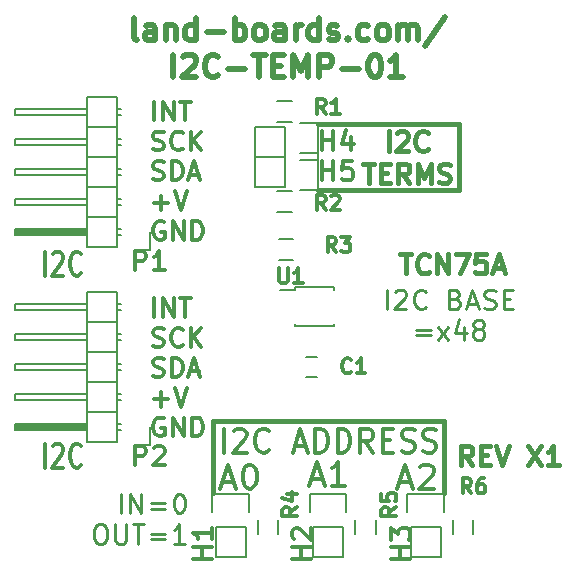
<source format=gto>
G04 #@! TF.FileFunction,Legend,Top*
%FSLAX46Y46*%
G04 Gerber Fmt 4.6, Leading zero omitted, Abs format (unit mm)*
G04 Created by KiCad (PCBNEW (after 2015-mar-04 BZR unknown)-product) date 10/20/2015 10:23:19 AM*
%MOMM*%
G01*
G04 APERTURE LIST*
%ADD10C,0.150000*%
%ADD11C,0.381000*%
%ADD12C,0.412750*%
%ADD13C,0.285750*%
%ADD14C,0.304800*%
%ADD15C,0.476250*%
G04 APERTURE END LIST*
D10*
D11*
X37592000Y-36322000D02*
X37592000Y-42418000D01*
X37084000Y-36322000D02*
X37592000Y-36322000D01*
X18034000Y-36322000D02*
X37084000Y-36322000D01*
X18034000Y-42418000D02*
X18034000Y-36322000D01*
X38862000Y-16764000D02*
X26924000Y-16764000D01*
X38862000Y-11176000D02*
X38862000Y-16764000D01*
X26924000Y-11176000D02*
X38862000Y-11176000D01*
D12*
X32932310Y-13481806D02*
X32932310Y-11830806D01*
X33639881Y-11988044D02*
X33718500Y-11909425D01*
X33875738Y-11830806D01*
X34268834Y-11830806D01*
X34426072Y-11909425D01*
X34504691Y-11988044D01*
X34583310Y-12145282D01*
X34583310Y-12302520D01*
X34504691Y-12538377D01*
X33561262Y-13481806D01*
X34583310Y-13481806D01*
X36234310Y-13324568D02*
X36155691Y-13403187D01*
X35919834Y-13481806D01*
X35762596Y-13481806D01*
X35526738Y-13403187D01*
X35369500Y-13245949D01*
X35290881Y-13088711D01*
X35212262Y-12774235D01*
X35212262Y-12538377D01*
X35290881Y-12223901D01*
X35369500Y-12066663D01*
X35526738Y-11909425D01*
X35762596Y-11830806D01*
X35919834Y-11830806D01*
X36155691Y-11909425D01*
X36234310Y-11988044D01*
X30770286Y-14554956D02*
X31713715Y-14554956D01*
X31242000Y-16205956D02*
X31242000Y-14554956D01*
X32264048Y-15341146D02*
X32814382Y-15341146D01*
X33050239Y-16205956D02*
X32264048Y-16205956D01*
X32264048Y-14554956D01*
X33050239Y-14554956D01*
X34701239Y-16205956D02*
X34150905Y-15419765D01*
X33757810Y-16205956D02*
X33757810Y-14554956D01*
X34386763Y-14554956D01*
X34544001Y-14633575D01*
X34622620Y-14712194D01*
X34701239Y-14869432D01*
X34701239Y-15105289D01*
X34622620Y-15262527D01*
X34544001Y-15341146D01*
X34386763Y-15419765D01*
X33757810Y-15419765D01*
X35408810Y-16205956D02*
X35408810Y-14554956D01*
X35959144Y-15734242D01*
X36509477Y-14554956D01*
X36509477Y-16205956D01*
X37217048Y-16127337D02*
X37452905Y-16205956D01*
X37846001Y-16205956D01*
X38003239Y-16127337D01*
X38081858Y-16048718D01*
X38160477Y-15891480D01*
X38160477Y-15734242D01*
X38081858Y-15577004D01*
X38003239Y-15498385D01*
X37846001Y-15419765D01*
X37531524Y-15341146D01*
X37374286Y-15262527D01*
X37295667Y-15183908D01*
X37217048Y-15026670D01*
X37217048Y-14869432D01*
X37295667Y-14712194D01*
X37374286Y-14633575D01*
X37531524Y-14554956D01*
X37924620Y-14554956D01*
X38160477Y-14633575D01*
X40035238Y-40116881D02*
X39484904Y-39330690D01*
X39091809Y-40116881D02*
X39091809Y-38465881D01*
X39720762Y-38465881D01*
X39878000Y-38544500D01*
X39956619Y-38623119D01*
X40035238Y-38780357D01*
X40035238Y-39016214D01*
X39956619Y-39173452D01*
X39878000Y-39252071D01*
X39720762Y-39330690D01*
X39091809Y-39330690D01*
X40742809Y-39252071D02*
X41293143Y-39252071D01*
X41529000Y-40116881D02*
X40742809Y-40116881D01*
X40742809Y-38465881D01*
X41529000Y-38465881D01*
X42000714Y-38465881D02*
X42551047Y-40116881D01*
X43101381Y-38465881D01*
X44752381Y-38465881D02*
X45853048Y-40116881D01*
X45853048Y-38465881D02*
X44752381Y-40116881D01*
X47346810Y-40116881D02*
X46403381Y-40116881D01*
X46875095Y-40116881D02*
X46875095Y-38465881D01*
X46717857Y-38701738D01*
X46560619Y-38858976D01*
X46403381Y-38937595D01*
X33912024Y-22209881D02*
X34855453Y-22209881D01*
X34383738Y-23860881D02*
X34383738Y-22209881D01*
X36349215Y-23703643D02*
X36270596Y-23782262D01*
X36034739Y-23860881D01*
X35877501Y-23860881D01*
X35641643Y-23782262D01*
X35484405Y-23625024D01*
X35405786Y-23467786D01*
X35327167Y-23153310D01*
X35327167Y-22917452D01*
X35405786Y-22602976D01*
X35484405Y-22445738D01*
X35641643Y-22288500D01*
X35877501Y-22209881D01*
X36034739Y-22209881D01*
X36270596Y-22288500D01*
X36349215Y-22367119D01*
X37056786Y-23860881D02*
X37056786Y-22209881D01*
X38000215Y-23860881D01*
X38000215Y-22209881D01*
X38629167Y-22209881D02*
X39729834Y-22209881D01*
X39022262Y-23860881D01*
X41144977Y-22209881D02*
X40358786Y-22209881D01*
X40280167Y-22996071D01*
X40358786Y-22917452D01*
X40516024Y-22838833D01*
X40909120Y-22838833D01*
X41066358Y-22917452D01*
X41144977Y-22996071D01*
X41223596Y-23153310D01*
X41223596Y-23546405D01*
X41144977Y-23703643D01*
X41066358Y-23782262D01*
X40909120Y-23860881D01*
X40516024Y-23860881D01*
X40358786Y-23782262D01*
X40280167Y-23703643D01*
X41852548Y-23389167D02*
X42638739Y-23389167D01*
X41695310Y-23860881D02*
X42245643Y-22209881D01*
X42795977Y-23860881D01*
D13*
X10262810Y-44152306D02*
X10262810Y-42501306D01*
X11049000Y-44152306D02*
X11049000Y-42501306D01*
X11992429Y-44152306D01*
X11992429Y-42501306D01*
X12778619Y-43287496D02*
X14036524Y-43287496D01*
X14036524Y-43759211D02*
X12778619Y-43759211D01*
X15137190Y-42501306D02*
X15294429Y-42501306D01*
X15451667Y-42579925D01*
X15530286Y-42658544D01*
X15608905Y-42815782D01*
X15687524Y-43130258D01*
X15687524Y-43523354D01*
X15608905Y-43837830D01*
X15530286Y-43995068D01*
X15451667Y-44073687D01*
X15294429Y-44152306D01*
X15137190Y-44152306D01*
X14979952Y-44073687D01*
X14901333Y-43995068D01*
X14822714Y-43837830D01*
X14744095Y-43523354D01*
X14744095Y-43130258D01*
X14822714Y-42815782D01*
X14901333Y-42658544D01*
X14979952Y-42579925D01*
X15137190Y-42501306D01*
X8375952Y-45098456D02*
X8690429Y-45098456D01*
X8847667Y-45177075D01*
X9004905Y-45334313D01*
X9083524Y-45648789D01*
X9083524Y-46199123D01*
X9004905Y-46513599D01*
X8847667Y-46670837D01*
X8690429Y-46749456D01*
X8375952Y-46749456D01*
X8218714Y-46670837D01*
X8061476Y-46513599D01*
X7982857Y-46199123D01*
X7982857Y-45648789D01*
X8061476Y-45334313D01*
X8218714Y-45177075D01*
X8375952Y-45098456D01*
X9791095Y-45098456D02*
X9791095Y-46434980D01*
X9869714Y-46592218D01*
X9948333Y-46670837D01*
X10105571Y-46749456D01*
X10420048Y-46749456D01*
X10577286Y-46670837D01*
X10655905Y-46592218D01*
X10734524Y-46434980D01*
X10734524Y-45098456D01*
X11284857Y-45098456D02*
X12228286Y-45098456D01*
X11756571Y-46749456D02*
X11756571Y-45098456D01*
X12778619Y-45884646D02*
X14036524Y-45884646D01*
X14036524Y-46356361D02*
X12778619Y-46356361D01*
X15687524Y-46749456D02*
X14744095Y-46749456D01*
X15215809Y-46749456D02*
X15215809Y-45098456D01*
X15058571Y-45334313D01*
X14901333Y-45491551D01*
X14744095Y-45570170D01*
X32793214Y-26880306D02*
X32793214Y-25229306D01*
X33500785Y-25386544D02*
X33579404Y-25307925D01*
X33736642Y-25229306D01*
X34129738Y-25229306D01*
X34286976Y-25307925D01*
X34365595Y-25386544D01*
X34444214Y-25543782D01*
X34444214Y-25701020D01*
X34365595Y-25936877D01*
X33422166Y-26880306D01*
X34444214Y-26880306D01*
X36095214Y-26723068D02*
X36016595Y-26801687D01*
X35780738Y-26880306D01*
X35623500Y-26880306D01*
X35387642Y-26801687D01*
X35230404Y-26644449D01*
X35151785Y-26487211D01*
X35073166Y-26172735D01*
X35073166Y-25936877D01*
X35151785Y-25622401D01*
X35230404Y-25465163D01*
X35387642Y-25307925D01*
X35623500Y-25229306D01*
X35780738Y-25229306D01*
X36016595Y-25307925D01*
X36095214Y-25386544D01*
X38611024Y-26015496D02*
X38846881Y-26094115D01*
X38925500Y-26172735D01*
X39004119Y-26329973D01*
X39004119Y-26565830D01*
X38925500Y-26723068D01*
X38846881Y-26801687D01*
X38689643Y-26880306D01*
X38060690Y-26880306D01*
X38060690Y-25229306D01*
X38611024Y-25229306D01*
X38768262Y-25307925D01*
X38846881Y-25386544D01*
X38925500Y-25543782D01*
X38925500Y-25701020D01*
X38846881Y-25858258D01*
X38768262Y-25936877D01*
X38611024Y-26015496D01*
X38060690Y-26015496D01*
X39633071Y-26408592D02*
X40419262Y-26408592D01*
X39475833Y-26880306D02*
X40026166Y-25229306D01*
X40576500Y-26880306D01*
X41048214Y-26801687D02*
X41284071Y-26880306D01*
X41677167Y-26880306D01*
X41834405Y-26801687D01*
X41913024Y-26723068D01*
X41991643Y-26565830D01*
X41991643Y-26408592D01*
X41913024Y-26251354D01*
X41834405Y-26172735D01*
X41677167Y-26094115D01*
X41362690Y-26015496D01*
X41205452Y-25936877D01*
X41126833Y-25858258D01*
X41048214Y-25701020D01*
X41048214Y-25543782D01*
X41126833Y-25386544D01*
X41205452Y-25307925D01*
X41362690Y-25229306D01*
X41755786Y-25229306D01*
X41991643Y-25307925D01*
X42699214Y-26015496D02*
X43249548Y-26015496D01*
X43485405Y-26880306D02*
X42699214Y-26880306D01*
X42699214Y-25229306D01*
X43485405Y-25229306D01*
X35230405Y-28612646D02*
X36488310Y-28612646D01*
X36488310Y-29084361D02*
X35230405Y-29084361D01*
X37117262Y-29477456D02*
X37982072Y-28376789D01*
X37117262Y-28376789D02*
X37982072Y-29477456D01*
X39318596Y-28376789D02*
X39318596Y-29477456D01*
X38925500Y-27747837D02*
X38532405Y-28927123D01*
X39554453Y-28927123D01*
X40419262Y-28534027D02*
X40262024Y-28455408D01*
X40183405Y-28376789D01*
X40104786Y-28219551D01*
X40104786Y-28140932D01*
X40183405Y-27983694D01*
X40262024Y-27905075D01*
X40419262Y-27826456D01*
X40733739Y-27826456D01*
X40890977Y-27905075D01*
X40969596Y-27983694D01*
X41048215Y-28140932D01*
X41048215Y-28219551D01*
X40969596Y-28376789D01*
X40890977Y-28455408D01*
X40733739Y-28534027D01*
X40419262Y-28534027D01*
X40262024Y-28612646D01*
X40183405Y-28691265D01*
X40104786Y-28848504D01*
X40104786Y-29162980D01*
X40183405Y-29320218D01*
X40262024Y-29398837D01*
X40419262Y-29477456D01*
X40733739Y-29477456D01*
X40890977Y-29398837D01*
X40969596Y-29320218D01*
X41048215Y-29162980D01*
X41048215Y-28848504D01*
X40969596Y-28691265D01*
X40890977Y-28612646D01*
X40733739Y-28534027D01*
D14*
X19004642Y-39019238D02*
X19004642Y-36987238D01*
X19821071Y-37180762D02*
X19911785Y-37084000D01*
X20093214Y-36987238D01*
X20546785Y-36987238D01*
X20728214Y-37084000D01*
X20818928Y-37180762D01*
X20909643Y-37374286D01*
X20909643Y-37567810D01*
X20818928Y-37858095D01*
X19730357Y-39019238D01*
X20909643Y-39019238D01*
X22814643Y-38825714D02*
X22723929Y-38922476D01*
X22451786Y-39019238D01*
X22270357Y-39019238D01*
X21998214Y-38922476D01*
X21816786Y-38728952D01*
X21726071Y-38535429D01*
X21635357Y-38148381D01*
X21635357Y-37858095D01*
X21726071Y-37471048D01*
X21816786Y-37277524D01*
X21998214Y-37084000D01*
X22270357Y-36987238D01*
X22451786Y-36987238D01*
X22723929Y-37084000D01*
X22814643Y-37180762D01*
X24991786Y-38438667D02*
X25898929Y-38438667D01*
X24810358Y-39019238D02*
X25445358Y-36987238D01*
X26080358Y-39019238D01*
X26715357Y-39019238D02*
X26715357Y-36987238D01*
X27168929Y-36987238D01*
X27441072Y-37084000D01*
X27622500Y-37277524D01*
X27713215Y-37471048D01*
X27803929Y-37858095D01*
X27803929Y-38148381D01*
X27713215Y-38535429D01*
X27622500Y-38728952D01*
X27441072Y-38922476D01*
X27168929Y-39019238D01*
X26715357Y-39019238D01*
X28620357Y-39019238D02*
X28620357Y-36987238D01*
X29073929Y-36987238D01*
X29346072Y-37084000D01*
X29527500Y-37277524D01*
X29618215Y-37471048D01*
X29708929Y-37858095D01*
X29708929Y-38148381D01*
X29618215Y-38535429D01*
X29527500Y-38728952D01*
X29346072Y-38922476D01*
X29073929Y-39019238D01*
X28620357Y-39019238D01*
X31613929Y-39019238D02*
X30978929Y-38051619D01*
X30525357Y-39019238D02*
X30525357Y-36987238D01*
X31251072Y-36987238D01*
X31432500Y-37084000D01*
X31523215Y-37180762D01*
X31613929Y-37374286D01*
X31613929Y-37664571D01*
X31523215Y-37858095D01*
X31432500Y-37954857D01*
X31251072Y-38051619D01*
X30525357Y-38051619D01*
X32430357Y-37954857D02*
X33065357Y-37954857D01*
X33337500Y-39019238D02*
X32430357Y-39019238D01*
X32430357Y-36987238D01*
X33337500Y-36987238D01*
X34063214Y-38922476D02*
X34335357Y-39019238D01*
X34788928Y-39019238D01*
X34970357Y-38922476D01*
X35061071Y-38825714D01*
X35151786Y-38632190D01*
X35151786Y-38438667D01*
X35061071Y-38245143D01*
X34970357Y-38148381D01*
X34788928Y-38051619D01*
X34426071Y-37954857D01*
X34244643Y-37858095D01*
X34153928Y-37761333D01*
X34063214Y-37567810D01*
X34063214Y-37374286D01*
X34153928Y-37180762D01*
X34244643Y-37084000D01*
X34426071Y-36987238D01*
X34879643Y-36987238D01*
X35151786Y-37084000D01*
X35877500Y-38922476D02*
X36149643Y-39019238D01*
X36603214Y-39019238D01*
X36784643Y-38922476D01*
X36875357Y-38825714D01*
X36966072Y-38632190D01*
X36966072Y-38438667D01*
X36875357Y-38245143D01*
X36784643Y-38148381D01*
X36603214Y-38051619D01*
X36240357Y-37954857D01*
X36058929Y-37858095D01*
X35968214Y-37761333D01*
X35877500Y-37567810D01*
X35877500Y-37374286D01*
X35968214Y-37180762D01*
X36058929Y-37084000D01*
X36240357Y-36987238D01*
X36693929Y-36987238D01*
X36966072Y-37084000D01*
X13077976Y-27540555D02*
X13077976Y-25953055D01*
X13833928Y-27540555D02*
X13833928Y-25953055D01*
X14741071Y-27540555D01*
X14741071Y-25953055D01*
X15270237Y-25953055D02*
X16177380Y-25953055D01*
X15723809Y-27540555D02*
X15723809Y-25953055D01*
X13002381Y-29992260D02*
X13229167Y-30067855D01*
X13607143Y-30067855D01*
X13758333Y-29992260D01*
X13833929Y-29916664D01*
X13909524Y-29765474D01*
X13909524Y-29614283D01*
X13833929Y-29463093D01*
X13758333Y-29387498D01*
X13607143Y-29311902D01*
X13304762Y-29236307D01*
X13153571Y-29160712D01*
X13077976Y-29085117D01*
X13002381Y-28933926D01*
X13002381Y-28782736D01*
X13077976Y-28631545D01*
X13153571Y-28555950D01*
X13304762Y-28480355D01*
X13682738Y-28480355D01*
X13909524Y-28555950D01*
X15497024Y-29916664D02*
X15421429Y-29992260D01*
X15194643Y-30067855D01*
X15043453Y-30067855D01*
X14816667Y-29992260D01*
X14665476Y-29841069D01*
X14589881Y-29689879D01*
X14514286Y-29387498D01*
X14514286Y-29160712D01*
X14589881Y-28858331D01*
X14665476Y-28707140D01*
X14816667Y-28555950D01*
X15043453Y-28480355D01*
X15194643Y-28480355D01*
X15421429Y-28555950D01*
X15497024Y-28631545D01*
X16177381Y-30067855D02*
X16177381Y-28480355D01*
X17084524Y-30067855D02*
X16404167Y-29160712D01*
X17084524Y-28480355D02*
X16177381Y-29387498D01*
X13002381Y-32519560D02*
X13229167Y-32595155D01*
X13607143Y-32595155D01*
X13758333Y-32519560D01*
X13833929Y-32443964D01*
X13909524Y-32292774D01*
X13909524Y-32141583D01*
X13833929Y-31990393D01*
X13758333Y-31914798D01*
X13607143Y-31839202D01*
X13304762Y-31763607D01*
X13153571Y-31688012D01*
X13077976Y-31612417D01*
X13002381Y-31461226D01*
X13002381Y-31310036D01*
X13077976Y-31158845D01*
X13153571Y-31083250D01*
X13304762Y-31007655D01*
X13682738Y-31007655D01*
X13909524Y-31083250D01*
X14589881Y-32595155D02*
X14589881Y-31007655D01*
X14967857Y-31007655D01*
X15194643Y-31083250D01*
X15345834Y-31234440D01*
X15421429Y-31385631D01*
X15497024Y-31688012D01*
X15497024Y-31914798D01*
X15421429Y-32217179D01*
X15345834Y-32368369D01*
X15194643Y-32519560D01*
X14967857Y-32595155D01*
X14589881Y-32595155D01*
X16101786Y-32141583D02*
X16857738Y-32141583D01*
X15950595Y-32595155D02*
X16479762Y-31007655D01*
X17008929Y-32595155D01*
X13077976Y-34517693D02*
X14287500Y-34517693D01*
X13682738Y-35122455D02*
X13682738Y-33912931D01*
X14816666Y-33534955D02*
X15345833Y-35122455D01*
X15875000Y-33534955D01*
X13909524Y-36137850D02*
X13758333Y-36062255D01*
X13531548Y-36062255D01*
X13304762Y-36137850D01*
X13153571Y-36289040D01*
X13077976Y-36440231D01*
X13002381Y-36742612D01*
X13002381Y-36969398D01*
X13077976Y-37271779D01*
X13153571Y-37422969D01*
X13304762Y-37574160D01*
X13531548Y-37649755D01*
X13682738Y-37649755D01*
X13909524Y-37574160D01*
X13985119Y-37498564D01*
X13985119Y-36969398D01*
X13682738Y-36969398D01*
X14665476Y-37649755D02*
X14665476Y-36062255D01*
X15572619Y-37649755D01*
X15572619Y-36062255D01*
X16328571Y-37649755D02*
X16328571Y-36062255D01*
X16706547Y-36062255D01*
X16933333Y-36137850D01*
X17084524Y-36289040D01*
X17160119Y-36440231D01*
X17235714Y-36742612D01*
X17235714Y-36969398D01*
X17160119Y-37271779D01*
X17084524Y-37422969D01*
X16933333Y-37574160D01*
X16706547Y-37649755D01*
X16328571Y-37649755D01*
X13077976Y-10903555D02*
X13077976Y-9316055D01*
X13833928Y-10903555D02*
X13833928Y-9316055D01*
X14741071Y-10903555D01*
X14741071Y-9316055D01*
X15270237Y-9316055D02*
X16177380Y-9316055D01*
X15723809Y-10903555D02*
X15723809Y-9316055D01*
X13002381Y-13355260D02*
X13229167Y-13430855D01*
X13607143Y-13430855D01*
X13758333Y-13355260D01*
X13833929Y-13279664D01*
X13909524Y-13128474D01*
X13909524Y-12977283D01*
X13833929Y-12826093D01*
X13758333Y-12750498D01*
X13607143Y-12674902D01*
X13304762Y-12599307D01*
X13153571Y-12523712D01*
X13077976Y-12448117D01*
X13002381Y-12296926D01*
X13002381Y-12145736D01*
X13077976Y-11994545D01*
X13153571Y-11918950D01*
X13304762Y-11843355D01*
X13682738Y-11843355D01*
X13909524Y-11918950D01*
X15497024Y-13279664D02*
X15421429Y-13355260D01*
X15194643Y-13430855D01*
X15043453Y-13430855D01*
X14816667Y-13355260D01*
X14665476Y-13204069D01*
X14589881Y-13052879D01*
X14514286Y-12750498D01*
X14514286Y-12523712D01*
X14589881Y-12221331D01*
X14665476Y-12070140D01*
X14816667Y-11918950D01*
X15043453Y-11843355D01*
X15194643Y-11843355D01*
X15421429Y-11918950D01*
X15497024Y-11994545D01*
X16177381Y-13430855D02*
X16177381Y-11843355D01*
X17084524Y-13430855D02*
X16404167Y-12523712D01*
X17084524Y-11843355D02*
X16177381Y-12750498D01*
X13002381Y-15882560D02*
X13229167Y-15958155D01*
X13607143Y-15958155D01*
X13758333Y-15882560D01*
X13833929Y-15806964D01*
X13909524Y-15655774D01*
X13909524Y-15504583D01*
X13833929Y-15353393D01*
X13758333Y-15277798D01*
X13607143Y-15202202D01*
X13304762Y-15126607D01*
X13153571Y-15051012D01*
X13077976Y-14975417D01*
X13002381Y-14824226D01*
X13002381Y-14673036D01*
X13077976Y-14521845D01*
X13153571Y-14446250D01*
X13304762Y-14370655D01*
X13682738Y-14370655D01*
X13909524Y-14446250D01*
X14589881Y-15958155D02*
X14589881Y-14370655D01*
X14967857Y-14370655D01*
X15194643Y-14446250D01*
X15345834Y-14597440D01*
X15421429Y-14748631D01*
X15497024Y-15051012D01*
X15497024Y-15277798D01*
X15421429Y-15580179D01*
X15345834Y-15731369D01*
X15194643Y-15882560D01*
X14967857Y-15958155D01*
X14589881Y-15958155D01*
X16101786Y-15504583D02*
X16857738Y-15504583D01*
X15950595Y-15958155D02*
X16479762Y-14370655D01*
X17008929Y-15958155D01*
X13077976Y-17880693D02*
X14287500Y-17880693D01*
X13682738Y-18485455D02*
X13682738Y-17275931D01*
X14816666Y-16897955D02*
X15345833Y-18485455D01*
X15875000Y-16897955D01*
X13909524Y-19500850D02*
X13758333Y-19425255D01*
X13531548Y-19425255D01*
X13304762Y-19500850D01*
X13153571Y-19652040D01*
X13077976Y-19803231D01*
X13002381Y-20105612D01*
X13002381Y-20332398D01*
X13077976Y-20634779D01*
X13153571Y-20785969D01*
X13304762Y-20937160D01*
X13531548Y-21012755D01*
X13682738Y-21012755D01*
X13909524Y-20937160D01*
X13985119Y-20861564D01*
X13985119Y-20332398D01*
X13682738Y-20332398D01*
X14665476Y-21012755D02*
X14665476Y-19425255D01*
X15572619Y-21012755D01*
X15572619Y-19425255D01*
X16328571Y-21012755D02*
X16328571Y-19425255D01*
X16706547Y-19425255D01*
X16933333Y-19500850D01*
X17084524Y-19652040D01*
X17160119Y-19803231D01*
X17235714Y-20105612D01*
X17235714Y-20332398D01*
X17160119Y-20634779D01*
X17084524Y-20785969D01*
X16933333Y-20937160D01*
X16706547Y-21012755D01*
X16328571Y-21012755D01*
D15*
X11638645Y-4116161D02*
X11457217Y-4025446D01*
X11366502Y-3844018D01*
X11366502Y-2211161D01*
X13180788Y-4116161D02*
X13180788Y-3118304D01*
X13090074Y-2936875D01*
X12908645Y-2846161D01*
X12545788Y-2846161D01*
X12364359Y-2936875D01*
X13180788Y-4025446D02*
X12999359Y-4116161D01*
X12545788Y-4116161D01*
X12364359Y-4025446D01*
X12273645Y-3844018D01*
X12273645Y-3662589D01*
X12364359Y-3481161D01*
X12545788Y-3390446D01*
X12999359Y-3390446D01*
X13180788Y-3299732D01*
X14087930Y-2846161D02*
X14087930Y-4116161D01*
X14087930Y-3027589D02*
X14178645Y-2936875D01*
X14360073Y-2846161D01*
X14632216Y-2846161D01*
X14813645Y-2936875D01*
X14904359Y-3118304D01*
X14904359Y-4116161D01*
X16627930Y-4116161D02*
X16627930Y-2211161D01*
X16627930Y-4025446D02*
X16446501Y-4116161D01*
X16083644Y-4116161D01*
X15902216Y-4025446D01*
X15811501Y-3934732D01*
X15720787Y-3753304D01*
X15720787Y-3209018D01*
X15811501Y-3027589D01*
X15902216Y-2936875D01*
X16083644Y-2846161D01*
X16446501Y-2846161D01*
X16627930Y-2936875D01*
X17535072Y-3390446D02*
X18986501Y-3390446D01*
X19893643Y-4116161D02*
X19893643Y-2211161D01*
X19893643Y-2936875D02*
X20075072Y-2846161D01*
X20437929Y-2846161D01*
X20619358Y-2936875D01*
X20710072Y-3027589D01*
X20800786Y-3209018D01*
X20800786Y-3753304D01*
X20710072Y-3934732D01*
X20619358Y-4025446D01*
X20437929Y-4116161D01*
X20075072Y-4116161D01*
X19893643Y-4025446D01*
X21889357Y-4116161D02*
X21707929Y-4025446D01*
X21617214Y-3934732D01*
X21526500Y-3753304D01*
X21526500Y-3209018D01*
X21617214Y-3027589D01*
X21707929Y-2936875D01*
X21889357Y-2846161D01*
X22161500Y-2846161D01*
X22342929Y-2936875D01*
X22433643Y-3027589D01*
X22524357Y-3209018D01*
X22524357Y-3753304D01*
X22433643Y-3934732D01*
X22342929Y-4025446D01*
X22161500Y-4116161D01*
X21889357Y-4116161D01*
X24157214Y-4116161D02*
X24157214Y-3118304D01*
X24066500Y-2936875D01*
X23885071Y-2846161D01*
X23522214Y-2846161D01*
X23340785Y-2936875D01*
X24157214Y-4025446D02*
X23975785Y-4116161D01*
X23522214Y-4116161D01*
X23340785Y-4025446D01*
X23250071Y-3844018D01*
X23250071Y-3662589D01*
X23340785Y-3481161D01*
X23522214Y-3390446D01*
X23975785Y-3390446D01*
X24157214Y-3299732D01*
X25064356Y-4116161D02*
X25064356Y-2846161D01*
X25064356Y-3209018D02*
X25155071Y-3027589D01*
X25245785Y-2936875D01*
X25427214Y-2846161D01*
X25608642Y-2846161D01*
X27060071Y-4116161D02*
X27060071Y-2211161D01*
X27060071Y-4025446D02*
X26878642Y-4116161D01*
X26515785Y-4116161D01*
X26334357Y-4025446D01*
X26243642Y-3934732D01*
X26152928Y-3753304D01*
X26152928Y-3209018D01*
X26243642Y-3027589D01*
X26334357Y-2936875D01*
X26515785Y-2846161D01*
X26878642Y-2846161D01*
X27060071Y-2936875D01*
X27876499Y-4025446D02*
X28057928Y-4116161D01*
X28420785Y-4116161D01*
X28602213Y-4025446D01*
X28692928Y-3844018D01*
X28692928Y-3753304D01*
X28602213Y-3571875D01*
X28420785Y-3481161D01*
X28148642Y-3481161D01*
X27967213Y-3390446D01*
X27876499Y-3209018D01*
X27876499Y-3118304D01*
X27967213Y-2936875D01*
X28148642Y-2846161D01*
X28420785Y-2846161D01*
X28602213Y-2936875D01*
X29509356Y-3934732D02*
X29600071Y-4025446D01*
X29509356Y-4116161D01*
X29418642Y-4025446D01*
X29509356Y-3934732D01*
X29509356Y-4116161D01*
X31232928Y-4025446D02*
X31051499Y-4116161D01*
X30688642Y-4116161D01*
X30507214Y-4025446D01*
X30416499Y-3934732D01*
X30325785Y-3753304D01*
X30325785Y-3209018D01*
X30416499Y-3027589D01*
X30507214Y-2936875D01*
X30688642Y-2846161D01*
X31051499Y-2846161D01*
X31232928Y-2936875D01*
X32321499Y-4116161D02*
X32140071Y-4025446D01*
X32049356Y-3934732D01*
X31958642Y-3753304D01*
X31958642Y-3209018D01*
X32049356Y-3027589D01*
X32140071Y-2936875D01*
X32321499Y-2846161D01*
X32593642Y-2846161D01*
X32775071Y-2936875D01*
X32865785Y-3027589D01*
X32956499Y-3209018D01*
X32956499Y-3753304D01*
X32865785Y-3934732D01*
X32775071Y-4025446D01*
X32593642Y-4116161D01*
X32321499Y-4116161D01*
X33772927Y-4116161D02*
X33772927Y-2846161D01*
X33772927Y-3027589D02*
X33863642Y-2936875D01*
X34045070Y-2846161D01*
X34317213Y-2846161D01*
X34498642Y-2936875D01*
X34589356Y-3118304D01*
X34589356Y-4116161D01*
X34589356Y-3118304D02*
X34680070Y-2936875D01*
X34861499Y-2846161D01*
X35133642Y-2846161D01*
X35315070Y-2936875D01*
X35405785Y-3118304D01*
X35405785Y-4116161D01*
X37673642Y-2120446D02*
X36040785Y-4569732D01*
X14722928Y-7259411D02*
X14722928Y-5354411D01*
X15539357Y-5535839D02*
X15630071Y-5445125D01*
X15811500Y-5354411D01*
X16265071Y-5354411D01*
X16446500Y-5445125D01*
X16537214Y-5535839D01*
X16627929Y-5717268D01*
X16627929Y-5898696D01*
X16537214Y-6170839D01*
X15448643Y-7259411D01*
X16627929Y-7259411D01*
X18532929Y-7077982D02*
X18442215Y-7168696D01*
X18170072Y-7259411D01*
X17988643Y-7259411D01*
X17716500Y-7168696D01*
X17535072Y-6987268D01*
X17444357Y-6805839D01*
X17353643Y-6442982D01*
X17353643Y-6170839D01*
X17444357Y-5807982D01*
X17535072Y-5626554D01*
X17716500Y-5445125D01*
X17988643Y-5354411D01*
X18170072Y-5354411D01*
X18442215Y-5445125D01*
X18532929Y-5535839D01*
X19349357Y-6533696D02*
X20800786Y-6533696D01*
X21435786Y-5354411D02*
X22524357Y-5354411D01*
X21980071Y-7259411D02*
X21980071Y-5354411D01*
X23159357Y-6261554D02*
X23794357Y-6261554D01*
X24066500Y-7259411D02*
X23159357Y-7259411D01*
X23159357Y-5354411D01*
X24066500Y-5354411D01*
X24882928Y-7259411D02*
X24882928Y-5354411D01*
X25517928Y-6715125D01*
X26152928Y-5354411D01*
X26152928Y-7259411D01*
X27060071Y-7259411D02*
X27060071Y-5354411D01*
X27785786Y-5354411D01*
X27967214Y-5445125D01*
X28057929Y-5535839D01*
X28148643Y-5717268D01*
X28148643Y-5989411D01*
X28057929Y-6170839D01*
X27967214Y-6261554D01*
X27785786Y-6352268D01*
X27060071Y-6352268D01*
X28965071Y-6533696D02*
X30416500Y-6533696D01*
X31686500Y-5354411D02*
X31867928Y-5354411D01*
X32049357Y-5445125D01*
X32140071Y-5535839D01*
X32230785Y-5717268D01*
X32321500Y-6080125D01*
X32321500Y-6533696D01*
X32230785Y-6896554D01*
X32140071Y-7077982D01*
X32049357Y-7168696D01*
X31867928Y-7259411D01*
X31686500Y-7259411D01*
X31505071Y-7168696D01*
X31414357Y-7077982D01*
X31323642Y-6896554D01*
X31232928Y-6533696D01*
X31232928Y-6080125D01*
X31323642Y-5717268D01*
X31414357Y-5535839D01*
X31505071Y-5445125D01*
X31686500Y-5354411D01*
X34135786Y-7259411D02*
X33047214Y-7259411D01*
X33591500Y-7259411D02*
X33591500Y-5354411D01*
X33410071Y-5626554D01*
X33228643Y-5807982D01*
X33047214Y-5898696D01*
D14*
X3846286Y-24033238D02*
X3846286Y-22001238D01*
X4499429Y-22194762D02*
X4572000Y-22098000D01*
X4717143Y-22001238D01*
X5080000Y-22001238D01*
X5225143Y-22098000D01*
X5297714Y-22194762D01*
X5370286Y-22388286D01*
X5370286Y-22581810D01*
X5297714Y-22872095D01*
X4426857Y-24033238D01*
X5370286Y-24033238D01*
X6894286Y-23839714D02*
X6821715Y-23936476D01*
X6604001Y-24033238D01*
X6458858Y-24033238D01*
X6241143Y-23936476D01*
X6096001Y-23742952D01*
X6023429Y-23549429D01*
X5950858Y-23162381D01*
X5950858Y-22872095D01*
X6023429Y-22485048D01*
X6096001Y-22291524D01*
X6241143Y-22098000D01*
X6458858Y-22001238D01*
X6604001Y-22001238D01*
X6821715Y-22098000D01*
X6894286Y-22194762D01*
X3846286Y-40289238D02*
X3846286Y-38257238D01*
X4499429Y-38450762D02*
X4572000Y-38354000D01*
X4717143Y-38257238D01*
X5080000Y-38257238D01*
X5225143Y-38354000D01*
X5297714Y-38450762D01*
X5370286Y-38644286D01*
X5370286Y-38837810D01*
X5297714Y-39128095D01*
X4426857Y-40289238D01*
X5370286Y-40289238D01*
X6894286Y-40095714D02*
X6821715Y-40192476D01*
X6604001Y-40289238D01*
X6458858Y-40289238D01*
X6241143Y-40192476D01*
X6096001Y-39998952D01*
X6023429Y-39805429D01*
X5950858Y-39418381D01*
X5950858Y-39128095D01*
X6023429Y-38741048D01*
X6096001Y-38547524D01*
X6241143Y-38354000D01*
X6458858Y-38257238D01*
X6604001Y-38257238D01*
X6821715Y-38354000D01*
X6894286Y-38450762D01*
X33854572Y-41486667D02*
X34822191Y-41486667D01*
X33661048Y-42067238D02*
X34338381Y-40035238D01*
X35015714Y-42067238D01*
X35596286Y-40228762D02*
X35693048Y-40132000D01*
X35886571Y-40035238D01*
X36370381Y-40035238D01*
X36563905Y-40132000D01*
X36660667Y-40228762D01*
X36757428Y-40422286D01*
X36757428Y-40615810D01*
X36660667Y-40906095D01*
X35499524Y-42067238D01*
X36757428Y-42067238D01*
X26361572Y-41232667D02*
X27329191Y-41232667D01*
X26168048Y-41813238D02*
X26845381Y-39781238D01*
X27522714Y-41813238D01*
X29264428Y-41813238D02*
X28103286Y-41813238D01*
X28683857Y-41813238D02*
X28683857Y-39781238D01*
X28490333Y-40071524D01*
X28296809Y-40265048D01*
X28103286Y-40361810D01*
X18868572Y-41486667D02*
X19836191Y-41486667D01*
X18675048Y-42067238D02*
X19352381Y-40035238D01*
X20029714Y-42067238D01*
X21094095Y-40035238D02*
X21287619Y-40035238D01*
X21481143Y-40132000D01*
X21577905Y-40228762D01*
X21674667Y-40422286D01*
X21771428Y-40809333D01*
X21771428Y-41293143D01*
X21674667Y-41680190D01*
X21577905Y-41873714D01*
X21481143Y-41970476D01*
X21287619Y-42067238D01*
X21094095Y-42067238D01*
X20900571Y-41970476D01*
X20803809Y-41873714D01*
X20707048Y-41680190D01*
X20610286Y-41293143D01*
X20610286Y-40809333D01*
X20707048Y-40422286D01*
X20803809Y-40228762D01*
X20900571Y-40132000D01*
X21094095Y-40035238D01*
D10*
X37338000Y-45339000D02*
X37338000Y-47879000D01*
X37618000Y-42519000D02*
X37618000Y-44069000D01*
X37338000Y-45339000D02*
X34798000Y-45339000D01*
X34518000Y-44069000D02*
X34518000Y-42519000D01*
X34518000Y-42519000D02*
X37618000Y-42519000D01*
X34798000Y-45339000D02*
X34798000Y-47879000D01*
X34798000Y-47879000D02*
X37338000Y-47879000D01*
X23608000Y-44739000D02*
X23608000Y-45939000D01*
X21858000Y-45939000D02*
X21858000Y-44739000D01*
X31863000Y-44739000D02*
X31863000Y-45939000D01*
X30113000Y-45939000D02*
X30113000Y-44739000D01*
X40118000Y-44739000D02*
X40118000Y-45939000D01*
X38368000Y-45939000D02*
X38368000Y-44739000D01*
X24730000Y-18655000D02*
X23530000Y-18655000D01*
X23530000Y-16905000D02*
X24730000Y-16905000D01*
X24730000Y-11035000D02*
X23530000Y-11035000D01*
X23530000Y-9285000D02*
X24730000Y-9285000D01*
X20828000Y-45339000D02*
X20828000Y-47879000D01*
X21108000Y-42519000D02*
X21108000Y-44069000D01*
X20828000Y-45339000D02*
X18288000Y-45339000D01*
X18008000Y-44069000D02*
X18008000Y-42519000D01*
X18008000Y-42519000D02*
X21108000Y-42519000D01*
X18288000Y-45339000D02*
X18288000Y-47879000D01*
X18288000Y-47879000D02*
X20828000Y-47879000D01*
X29083000Y-45339000D02*
X29083000Y-47879000D01*
X29363000Y-42519000D02*
X29363000Y-44069000D01*
X29083000Y-45339000D02*
X26543000Y-45339000D01*
X26263000Y-44069000D02*
X26263000Y-42519000D01*
X26263000Y-42519000D02*
X29363000Y-42519000D01*
X26543000Y-45339000D02*
X26543000Y-47879000D01*
X26543000Y-47879000D02*
X29083000Y-47879000D01*
X24130000Y-13970000D02*
X21590000Y-13970000D01*
X26950000Y-14250000D02*
X25400000Y-14250000D01*
X24130000Y-13970000D02*
X24130000Y-11430000D01*
X25400000Y-11150000D02*
X26950000Y-11150000D01*
X26950000Y-11150000D02*
X26950000Y-14250000D01*
X24130000Y-11430000D02*
X21590000Y-11430000D01*
X21590000Y-11430000D02*
X21590000Y-13970000D01*
X24130000Y-16510000D02*
X21590000Y-16510000D01*
X26950000Y-16790000D02*
X25400000Y-16790000D01*
X24130000Y-16510000D02*
X24130000Y-13970000D01*
X25400000Y-13690000D02*
X26950000Y-13690000D01*
X26950000Y-13690000D02*
X26950000Y-16790000D01*
X24130000Y-13970000D02*
X21590000Y-13970000D01*
X21590000Y-13970000D02*
X21590000Y-16510000D01*
X12730000Y-21870000D02*
X12730000Y-20320000D01*
X11430000Y-21870000D02*
X12730000Y-21870000D01*
X7239000Y-20447000D02*
X1397000Y-20447000D01*
X1397000Y-20447000D02*
X1397000Y-20193000D01*
X1397000Y-20193000D02*
X7239000Y-20193000D01*
X7239000Y-20193000D02*
X7239000Y-20320000D01*
X7239000Y-20320000D02*
X1397000Y-20320000D01*
X9906000Y-20574000D02*
X10287000Y-20574000D01*
X9906000Y-20066000D02*
X10287000Y-20066000D01*
X9906000Y-18034000D02*
X10287000Y-18034000D01*
X9906000Y-17526000D02*
X10287000Y-17526000D01*
X9906000Y-15494000D02*
X10287000Y-15494000D01*
X9906000Y-14986000D02*
X10287000Y-14986000D01*
X9906000Y-12954000D02*
X10287000Y-12954000D01*
X9906000Y-12446000D02*
X10287000Y-12446000D01*
X9906000Y-9906000D02*
X10287000Y-9906000D01*
X9906000Y-10414000D02*
X10287000Y-10414000D01*
X7366000Y-19050000D02*
X7366000Y-21590000D01*
X1270000Y-20066000D02*
X7366000Y-20066000D01*
X1270000Y-20574000D02*
X1270000Y-20066000D01*
X7366000Y-20574000D02*
X1270000Y-20574000D01*
X9906000Y-19050000D02*
X7366000Y-19050000D01*
X9906000Y-21590000D02*
X9906000Y-19050000D01*
X9906000Y-21590000D02*
X7366000Y-21590000D01*
X9906000Y-16510000D02*
X7366000Y-16510000D01*
X9906000Y-16510000D02*
X9906000Y-13970000D01*
X9906000Y-13970000D02*
X7366000Y-13970000D01*
X7366000Y-15494000D02*
X1270000Y-15494000D01*
X1270000Y-15494000D02*
X1270000Y-14986000D01*
X1270000Y-14986000D02*
X7366000Y-14986000D01*
X7366000Y-13970000D02*
X7366000Y-16510000D01*
X7366000Y-16510000D02*
X7366000Y-19050000D01*
X1270000Y-17526000D02*
X7366000Y-17526000D01*
X1270000Y-18034000D02*
X1270000Y-17526000D01*
X7366000Y-18034000D02*
X1270000Y-18034000D01*
X9906000Y-16510000D02*
X7366000Y-16510000D01*
X9906000Y-19050000D02*
X9906000Y-16510000D01*
X9906000Y-19050000D02*
X7366000Y-19050000D01*
X9906000Y-11430000D02*
X7366000Y-11430000D01*
X9906000Y-11430000D02*
X9906000Y-8890000D01*
X9906000Y-8890000D02*
X7366000Y-8890000D01*
X7366000Y-10414000D02*
X1270000Y-10414000D01*
X1270000Y-10414000D02*
X1270000Y-9906000D01*
X1270000Y-9906000D02*
X7366000Y-9906000D01*
X7366000Y-8890000D02*
X7366000Y-11430000D01*
X7366000Y-11430000D02*
X7366000Y-13970000D01*
X1270000Y-12446000D02*
X7366000Y-12446000D01*
X1270000Y-12954000D02*
X1270000Y-12446000D01*
X7366000Y-12954000D02*
X1270000Y-12954000D01*
X9906000Y-11430000D02*
X7366000Y-11430000D01*
X9906000Y-13970000D02*
X9906000Y-11430000D01*
X9906000Y-13970000D02*
X7366000Y-13970000D01*
X12730000Y-38380000D02*
X12730000Y-36830000D01*
X11430000Y-38380000D02*
X12730000Y-38380000D01*
X7239000Y-36957000D02*
X1397000Y-36957000D01*
X1397000Y-36957000D02*
X1397000Y-36703000D01*
X1397000Y-36703000D02*
X7239000Y-36703000D01*
X7239000Y-36703000D02*
X7239000Y-36830000D01*
X7239000Y-36830000D02*
X1397000Y-36830000D01*
X9906000Y-37084000D02*
X10287000Y-37084000D01*
X9906000Y-36576000D02*
X10287000Y-36576000D01*
X9906000Y-34544000D02*
X10287000Y-34544000D01*
X9906000Y-34036000D02*
X10287000Y-34036000D01*
X9906000Y-32004000D02*
X10287000Y-32004000D01*
X9906000Y-31496000D02*
X10287000Y-31496000D01*
X9906000Y-29464000D02*
X10287000Y-29464000D01*
X9906000Y-28956000D02*
X10287000Y-28956000D01*
X9906000Y-26416000D02*
X10287000Y-26416000D01*
X9906000Y-26924000D02*
X10287000Y-26924000D01*
X7366000Y-35560000D02*
X7366000Y-38100000D01*
X1270000Y-36576000D02*
X7366000Y-36576000D01*
X1270000Y-37084000D02*
X1270000Y-36576000D01*
X7366000Y-37084000D02*
X1270000Y-37084000D01*
X9906000Y-35560000D02*
X7366000Y-35560000D01*
X9906000Y-38100000D02*
X9906000Y-35560000D01*
X9906000Y-38100000D02*
X7366000Y-38100000D01*
X9906000Y-33020000D02*
X7366000Y-33020000D01*
X9906000Y-33020000D02*
X9906000Y-30480000D01*
X9906000Y-30480000D02*
X7366000Y-30480000D01*
X7366000Y-32004000D02*
X1270000Y-32004000D01*
X1270000Y-32004000D02*
X1270000Y-31496000D01*
X1270000Y-31496000D02*
X7366000Y-31496000D01*
X7366000Y-30480000D02*
X7366000Y-33020000D01*
X7366000Y-33020000D02*
X7366000Y-35560000D01*
X1270000Y-34036000D02*
X7366000Y-34036000D01*
X1270000Y-34544000D02*
X1270000Y-34036000D01*
X7366000Y-34544000D02*
X1270000Y-34544000D01*
X9906000Y-33020000D02*
X7366000Y-33020000D01*
X9906000Y-35560000D02*
X9906000Y-33020000D01*
X9906000Y-35560000D02*
X7366000Y-35560000D01*
X9906000Y-27940000D02*
X7366000Y-27940000D01*
X9906000Y-27940000D02*
X9906000Y-25400000D01*
X9906000Y-25400000D02*
X7366000Y-25400000D01*
X7366000Y-26924000D02*
X1270000Y-26924000D01*
X1270000Y-26924000D02*
X1270000Y-26416000D01*
X1270000Y-26416000D02*
X7366000Y-26416000D01*
X7366000Y-25400000D02*
X7366000Y-27940000D01*
X7366000Y-27940000D02*
X7366000Y-30480000D01*
X1270000Y-28956000D02*
X7366000Y-28956000D01*
X1270000Y-29464000D02*
X1270000Y-28956000D01*
X7366000Y-29464000D02*
X1270000Y-29464000D01*
X9906000Y-27940000D02*
X7366000Y-27940000D01*
X9906000Y-30480000D02*
X9906000Y-27940000D01*
X9906000Y-30480000D02*
X7366000Y-30480000D01*
X24995000Y-24995000D02*
X24995000Y-25245000D01*
X28345000Y-24995000D02*
X28345000Y-25245000D01*
X28345000Y-28345000D02*
X28345000Y-28095000D01*
X24995000Y-28345000D02*
X24995000Y-28095000D01*
X24995000Y-24995000D02*
X28345000Y-24995000D01*
X24995000Y-28345000D02*
X28345000Y-28345000D01*
X24995000Y-25245000D02*
X23745000Y-25245000D01*
X23657000Y-20969000D02*
X24857000Y-20969000D01*
X24857000Y-22719000D02*
X23657000Y-22719000D01*
X25916000Y-32600000D02*
X26916000Y-32600000D01*
X26916000Y-30900000D02*
X25916000Y-30900000D01*
D14*
X34782881Y-47993905D02*
X33131881Y-47993905D01*
X33918071Y-47993905D02*
X33918071Y-47050476D01*
X34782881Y-47050476D02*
X33131881Y-47050476D01*
X33131881Y-46421524D02*
X33131881Y-45399476D01*
X33760833Y-45949810D01*
X33760833Y-45713952D01*
X33839452Y-45556714D01*
X33918071Y-45478095D01*
X34075310Y-45399476D01*
X34468405Y-45399476D01*
X34625643Y-45478095D01*
X34704262Y-45556714D01*
X34782881Y-45713952D01*
X34782881Y-46185667D01*
X34704262Y-46342905D01*
X34625643Y-46421524D01*
X25212524Y-43645667D02*
X24607762Y-44069000D01*
X25212524Y-44371381D02*
X23942524Y-44371381D01*
X23942524Y-43887572D01*
X24003000Y-43766619D01*
X24063476Y-43706143D01*
X24184429Y-43645667D01*
X24365857Y-43645667D01*
X24486810Y-43706143D01*
X24547286Y-43766619D01*
X24607762Y-43887572D01*
X24607762Y-44371381D01*
X24365857Y-42557095D02*
X25212524Y-42557095D01*
X23882048Y-42859476D02*
X24789190Y-43161857D01*
X24789190Y-42375667D01*
X33594524Y-43645667D02*
X32989762Y-44069000D01*
X33594524Y-44371381D02*
X32324524Y-44371381D01*
X32324524Y-43887572D01*
X32385000Y-43766619D01*
X32445476Y-43706143D01*
X32566429Y-43645667D01*
X32747857Y-43645667D01*
X32868810Y-43706143D01*
X32929286Y-43766619D01*
X32989762Y-43887572D01*
X32989762Y-44371381D01*
X32324524Y-42496619D02*
X32324524Y-43101381D01*
X32929286Y-43161857D01*
X32868810Y-43101381D01*
X32808333Y-42980429D01*
X32808333Y-42678048D01*
X32868810Y-42557095D01*
X32929286Y-42496619D01*
X33050238Y-42436143D01*
X33352619Y-42436143D01*
X33473571Y-42496619D01*
X33534048Y-42557095D01*
X33594524Y-42678048D01*
X33594524Y-42980429D01*
X33534048Y-43101381D01*
X33473571Y-43161857D01*
X39920333Y-42484524D02*
X39497000Y-41879762D01*
X39194619Y-42484524D02*
X39194619Y-41214524D01*
X39678428Y-41214524D01*
X39799381Y-41275000D01*
X39859857Y-41335476D01*
X39920333Y-41456429D01*
X39920333Y-41637857D01*
X39859857Y-41758810D01*
X39799381Y-41819286D01*
X39678428Y-41879762D01*
X39194619Y-41879762D01*
X41008905Y-41214524D02*
X40767000Y-41214524D01*
X40646048Y-41275000D01*
X40585571Y-41335476D01*
X40464619Y-41516905D01*
X40404143Y-41758810D01*
X40404143Y-42242619D01*
X40464619Y-42363571D01*
X40525095Y-42424048D01*
X40646048Y-42484524D01*
X40887952Y-42484524D01*
X41008905Y-42424048D01*
X41069381Y-42363571D01*
X41129857Y-42242619D01*
X41129857Y-41940238D01*
X41069381Y-41819286D01*
X41008905Y-41758810D01*
X40887952Y-41698333D01*
X40646048Y-41698333D01*
X40525095Y-41758810D01*
X40464619Y-41819286D01*
X40404143Y-41940238D01*
X27601333Y-18481524D02*
X27178000Y-17876762D01*
X26875619Y-18481524D02*
X26875619Y-17211524D01*
X27359428Y-17211524D01*
X27480381Y-17272000D01*
X27540857Y-17332476D01*
X27601333Y-17453429D01*
X27601333Y-17634857D01*
X27540857Y-17755810D01*
X27480381Y-17816286D01*
X27359428Y-17876762D01*
X26875619Y-17876762D01*
X28085143Y-17332476D02*
X28145619Y-17272000D01*
X28266571Y-17211524D01*
X28568952Y-17211524D01*
X28689905Y-17272000D01*
X28750381Y-17332476D01*
X28810857Y-17453429D01*
X28810857Y-17574381D01*
X28750381Y-17755810D01*
X28024667Y-18481524D01*
X28810857Y-18481524D01*
X27601333Y-10353524D02*
X27178000Y-9748762D01*
X26875619Y-10353524D02*
X26875619Y-9083524D01*
X27359428Y-9083524D01*
X27480381Y-9144000D01*
X27540857Y-9204476D01*
X27601333Y-9325429D01*
X27601333Y-9506857D01*
X27540857Y-9627810D01*
X27480381Y-9688286D01*
X27359428Y-9748762D01*
X26875619Y-9748762D01*
X28810857Y-10353524D02*
X28085143Y-10353524D01*
X28448000Y-10353524D02*
X28448000Y-9083524D01*
X28327048Y-9264952D01*
X28206095Y-9385905D01*
X28085143Y-9446381D01*
X18018881Y-47993905D02*
X16367881Y-47993905D01*
X17154071Y-47993905D02*
X17154071Y-47050476D01*
X18018881Y-47050476D02*
X16367881Y-47050476D01*
X18018881Y-45399476D02*
X18018881Y-46342905D01*
X18018881Y-45871191D02*
X16367881Y-45871191D01*
X16603738Y-46028429D01*
X16760976Y-46185667D01*
X16839595Y-46342905D01*
X26400881Y-47993905D02*
X24749881Y-47993905D01*
X25536071Y-47993905D02*
X25536071Y-47050476D01*
X26400881Y-47050476D02*
X24749881Y-47050476D01*
X24907119Y-46342905D02*
X24828500Y-46264286D01*
X24749881Y-46107048D01*
X24749881Y-45713952D01*
X24828500Y-45556714D01*
X24907119Y-45478095D01*
X25064357Y-45399476D01*
X25221595Y-45399476D01*
X25457452Y-45478095D01*
X26400881Y-46421524D01*
X26400881Y-45399476D01*
X27317095Y-13446881D02*
X27317095Y-11795881D01*
X27317095Y-12582071D02*
X28260524Y-12582071D01*
X28260524Y-13446881D02*
X28260524Y-11795881D01*
X29754286Y-12346214D02*
X29754286Y-13446881D01*
X29361190Y-11717262D02*
X28968095Y-12896548D01*
X29990143Y-12896548D01*
X27317095Y-15986881D02*
X27317095Y-14335881D01*
X27317095Y-15122071D02*
X28260524Y-15122071D01*
X28260524Y-15986881D02*
X28260524Y-14335881D01*
X29832905Y-14335881D02*
X29046714Y-14335881D01*
X28968095Y-15122071D01*
X29046714Y-15043452D01*
X29203952Y-14964833D01*
X29597048Y-14964833D01*
X29754286Y-15043452D01*
X29832905Y-15122071D01*
X29911524Y-15279310D01*
X29911524Y-15672405D01*
X29832905Y-15829643D01*
X29754286Y-15908262D01*
X29597048Y-15986881D01*
X29203952Y-15986881D01*
X29046714Y-15908262D01*
X28968095Y-15829643D01*
X11481405Y-23606881D02*
X11481405Y-21955881D01*
X12110358Y-21955881D01*
X12267596Y-22034500D01*
X12346215Y-22113119D01*
X12424834Y-22270357D01*
X12424834Y-22506214D01*
X12346215Y-22663452D01*
X12267596Y-22742071D01*
X12110358Y-22820690D01*
X11481405Y-22820690D01*
X13997215Y-23606881D02*
X13053786Y-23606881D01*
X13525500Y-23606881D02*
X13525500Y-21955881D01*
X13368262Y-22191738D01*
X13211024Y-22348976D01*
X13053786Y-22427595D01*
X11481405Y-40116881D02*
X11481405Y-38465881D01*
X12110358Y-38465881D01*
X12267596Y-38544500D01*
X12346215Y-38623119D01*
X12424834Y-38780357D01*
X12424834Y-39016214D01*
X12346215Y-39173452D01*
X12267596Y-39252071D01*
X12110358Y-39330690D01*
X11481405Y-39330690D01*
X13053786Y-38623119D02*
X13132405Y-38544500D01*
X13289643Y-38465881D01*
X13682739Y-38465881D01*
X13839977Y-38544500D01*
X13918596Y-38623119D01*
X13997215Y-38780357D01*
X13997215Y-38937595D01*
X13918596Y-39173452D01*
X12975167Y-40116881D01*
X13997215Y-40116881D01*
X23670381Y-23434524D02*
X23670381Y-24462619D01*
X23730857Y-24583571D01*
X23791333Y-24644048D01*
X23912286Y-24704524D01*
X24154190Y-24704524D01*
X24275143Y-24644048D01*
X24335619Y-24583571D01*
X24396095Y-24462619D01*
X24396095Y-23434524D01*
X25666095Y-24704524D02*
X24940381Y-24704524D01*
X25303238Y-24704524D02*
X25303238Y-23434524D01*
X25182286Y-23615952D01*
X25061333Y-23736905D01*
X24940381Y-23797381D01*
X28490333Y-22037524D02*
X28067000Y-21432762D01*
X27764619Y-22037524D02*
X27764619Y-20767524D01*
X28248428Y-20767524D01*
X28369381Y-20828000D01*
X28429857Y-20888476D01*
X28490333Y-21009429D01*
X28490333Y-21190857D01*
X28429857Y-21311810D01*
X28369381Y-21372286D01*
X28248428Y-21432762D01*
X27764619Y-21432762D01*
X28913667Y-20767524D02*
X29699857Y-20767524D01*
X29276524Y-21251333D01*
X29457952Y-21251333D01*
X29578905Y-21311810D01*
X29639381Y-21372286D01*
X29699857Y-21493238D01*
X29699857Y-21795619D01*
X29639381Y-21916571D01*
X29578905Y-21977048D01*
X29457952Y-22037524D01*
X29095095Y-22037524D01*
X28974143Y-21977048D01*
X28913667Y-21916571D01*
X29760333Y-32203571D02*
X29699857Y-32264048D01*
X29518428Y-32324524D01*
X29397476Y-32324524D01*
X29216048Y-32264048D01*
X29095095Y-32143095D01*
X29034619Y-32022143D01*
X28974143Y-31780238D01*
X28974143Y-31598810D01*
X29034619Y-31356905D01*
X29095095Y-31235952D01*
X29216048Y-31115000D01*
X29397476Y-31054524D01*
X29518428Y-31054524D01*
X29699857Y-31115000D01*
X29760333Y-31175476D01*
X30969857Y-32324524D02*
X30244143Y-32324524D01*
X30607000Y-32324524D02*
X30607000Y-31054524D01*
X30486048Y-31235952D01*
X30365095Y-31356905D01*
X30244143Y-31417381D01*
M02*

</source>
